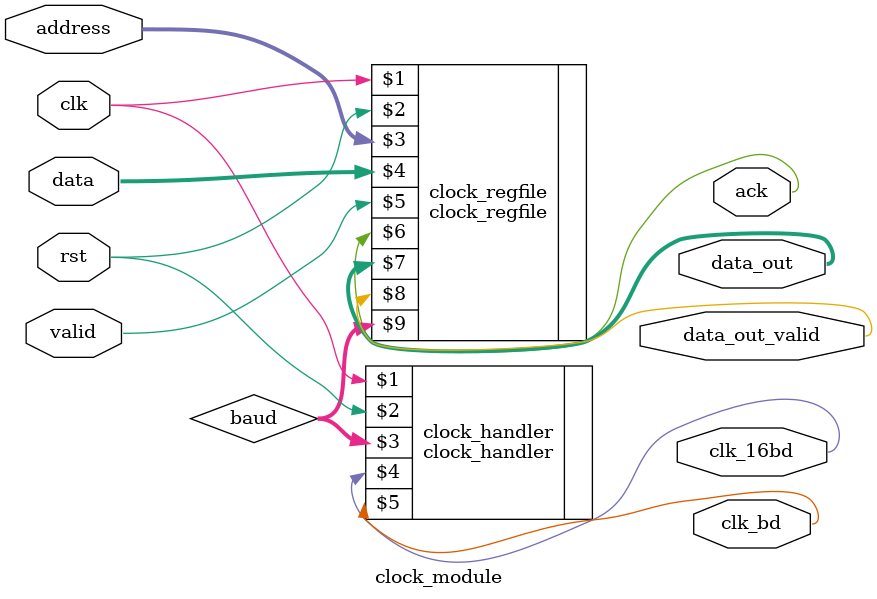
<source format=v>
`timescale 1ns/1ns
module clock_module(input clk, rst, input[3:0] address, data, input valid, output ack, output[3:0] data_out, output data_out_valid, clk_16bd, clk_bd);
    wire[2:0] baud;
    clock_handler clock_handler(clk, rst, baud, clk_16bd, clk_bd);
    clock_regfile clock_regfile(clk, rst, address, data, valid, ack, data_out, data_out_valid, baud);
endmodule
</source>
